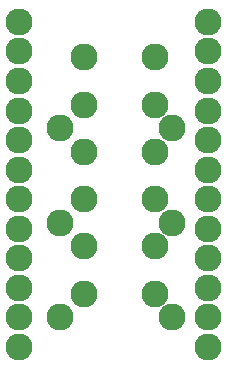
<source format=gbs>
G04 PROTEUS RS274X GERBER FILE*
%FSLAX24Y24*%
%MOIN*%
%ADD13C,0.0900*%
G54D13*
X-2952Y+3937D03*
X-2952Y+2952D03*
X-2952Y+1968D03*
X-2952Y+984D03*
X+3346Y+0D03*
X+3346Y-984D03*
X+3346Y-1968D03*
X-787Y+2755D03*
X-787Y+1181D03*
X+1574Y+1181D03*
X+1574Y+2755D03*
X-787Y-393D03*
X-787Y-1968D03*
X+1574Y-1968D03*
X+1574Y-393D03*
X-787Y-3543D03*
X-787Y-5118D03*
X+1574Y-5118D03*
X+1574Y-3543D03*
X-1574Y+393D03*
X+2165Y+393D03*
X-1574Y-2755D03*
X+2165Y-2755D03*
X-1574Y-5905D03*
X+2165Y-5905D03*
X-2952Y+0D03*
X-2952Y-984D03*
X-2952Y-1968D03*
X-2952Y-2952D03*
X-2952Y-3937D03*
X-2952Y-4921D03*
X-2952Y-5905D03*
X-2952Y-6889D03*
X+3346Y-2952D03*
X+3346Y-3937D03*
X+3346Y-4921D03*
X+3346Y-5905D03*
X+3346Y-6889D03*
X+3346Y+3937D03*
X+3346Y+2952D03*
X+3346Y+1968D03*
X+3346Y+984D03*
M00*

</source>
